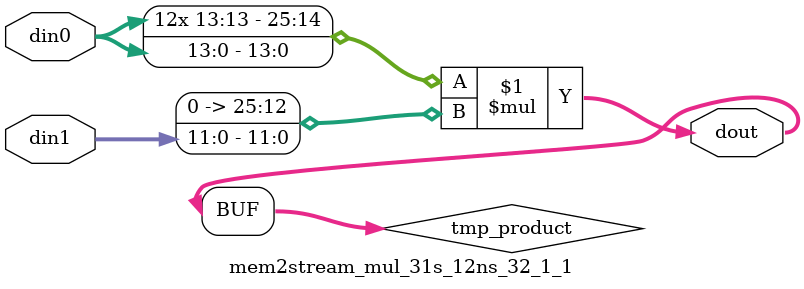
<source format=v>

`timescale 1 ns / 1 ps

  module mem2stream_mul_31s_12ns_32_1_1(din0, din1, dout);
parameter ID = 1;
parameter NUM_STAGE = 0;
parameter din0_WIDTH = 14;
parameter din1_WIDTH = 12;
parameter dout_WIDTH = 26;

input [din0_WIDTH - 1 : 0] din0; 
input [din1_WIDTH - 1 : 0] din1; 
output [dout_WIDTH - 1 : 0] dout;

wire signed [dout_WIDTH - 1 : 0] tmp_product;












assign tmp_product = $signed(din0) * $signed({1'b0, din1});









assign dout = tmp_product;







endmodule

</source>
